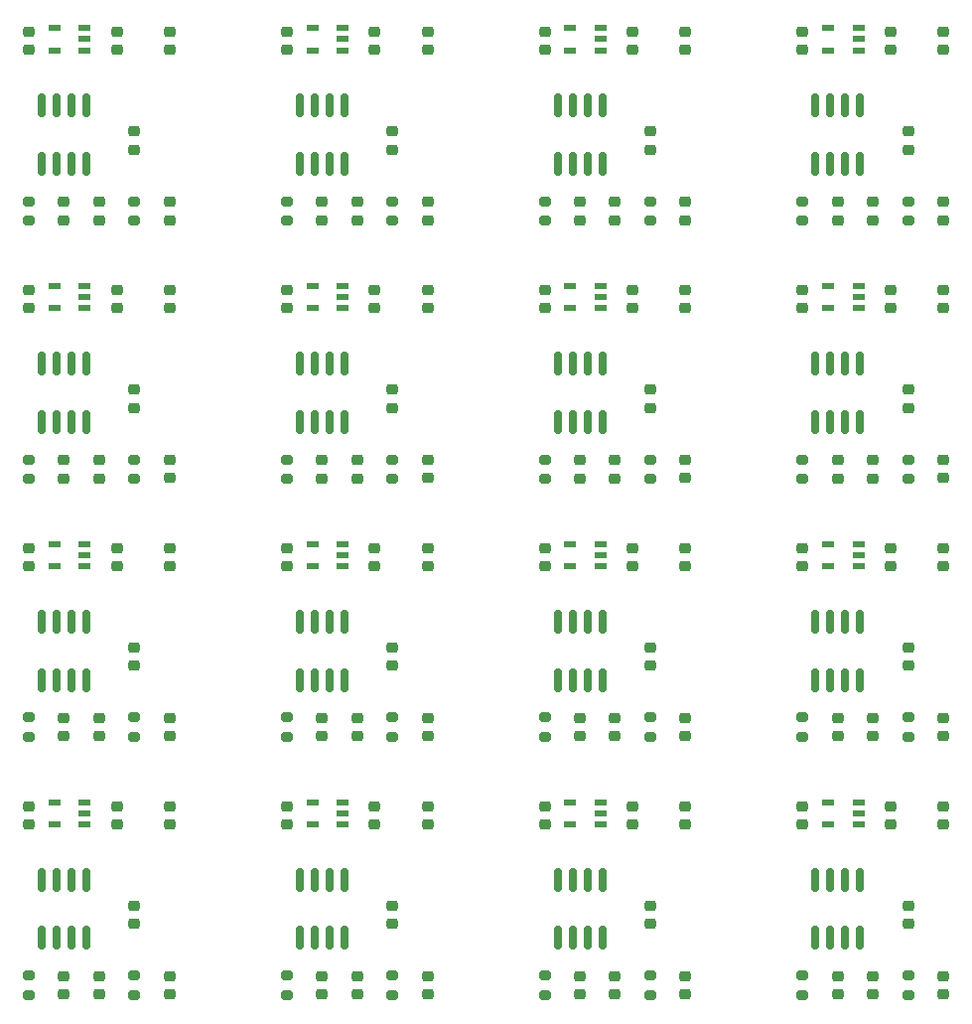
<source format=gtp>
%TF.GenerationSoftware,KiCad,Pcbnew,7.0.9*%
%TF.CreationDate,2024-04-03T23:40:05+09:00*%
%TF.ProjectId,max31855_4_4,6d617833-3138-4353-955f-345f342e6b69,rev?*%
%TF.SameCoordinates,Original*%
%TF.FileFunction,Paste,Top*%
%TF.FilePolarity,Positive*%
%FSLAX46Y46*%
G04 Gerber Fmt 4.6, Leading zero omitted, Abs format (unit mm)*
G04 Created by KiCad (PCBNEW 7.0.9) date 2024-04-03 23:40:05*
%MOMM*%
%LPD*%
G01*
G04 APERTURE LIST*
G04 Aperture macros list*
%AMRoundRect*
0 Rectangle with rounded corners*
0 $1 Rounding radius*
0 $2 $3 $4 $5 $6 $7 $8 $9 X,Y pos of 4 corners*
0 Add a 4 corners polygon primitive as box body*
4,1,4,$2,$3,$4,$5,$6,$7,$8,$9,$2,$3,0*
0 Add four circle primitives for the rounded corners*
1,1,$1+$1,$2,$3*
1,1,$1+$1,$4,$5*
1,1,$1+$1,$6,$7*
1,1,$1+$1,$8,$9*
0 Add four rect primitives between the rounded corners*
20,1,$1+$1,$2,$3,$4,$5,0*
20,1,$1+$1,$4,$5,$6,$7,0*
20,1,$1+$1,$6,$7,$8,$9,0*
20,1,$1+$1,$8,$9,$2,$3,0*%
G04 Aperture macros list end*
%ADD10RoundRect,0.225000X0.250000X-0.225000X0.250000X0.225000X-0.250000X0.225000X-0.250000X-0.225000X0*%
%ADD11RoundRect,0.150000X-0.150000X0.825000X-0.150000X-0.825000X0.150000X-0.825000X0.150000X0.825000X0*%
%ADD12R,1.100000X0.600000*%
%ADD13RoundRect,0.218750X0.256250X-0.218750X0.256250X0.218750X-0.256250X0.218750X-0.256250X-0.218750X0*%
%ADD14RoundRect,0.225000X-0.250000X0.225000X-0.250000X-0.225000X0.250000X-0.225000X0.250000X0.225000X0*%
%ADD15RoundRect,0.200000X0.275000X-0.200000X0.275000X0.200000X-0.275000X0.200000X-0.275000X-0.200000X0*%
G04 APERTURE END LIST*
D10*
%TO.C,C47*%
X170000000Y-118725000D03*
X170000000Y-120275000D03*
%TD*%
D11*
%TO.C,U31*%
X167405000Y-129975000D03*
X166135000Y-129975000D03*
X164865000Y-129975000D03*
X163595000Y-129975000D03*
X163595000Y-125025000D03*
X164865000Y-125025000D03*
X166135000Y-125025000D03*
X167405000Y-125025000D03*
%TD*%
D12*
%TO.C,U32*%
X164679200Y-120293000D03*
X164679200Y-118388000D03*
X167270000Y-118388000D03*
X167270000Y-119327800D03*
X167270000Y-120293000D03*
%TD*%
D10*
%TO.C,FB32*%
X174500000Y-133225000D03*
X174500000Y-134775000D03*
%TD*%
D13*
%TO.C,D31*%
X168500000Y-133212500D03*
X168500000Y-134787500D03*
%TD*%
D14*
%TO.C,FB31*%
X174500000Y-120275000D03*
X174500000Y-118725000D03*
%TD*%
D15*
%TO.C,R31*%
X162500000Y-133175000D03*
X162500000Y-134825000D03*
%TD*%
D13*
%TO.C,D32*%
X165500000Y-133212500D03*
X165500000Y-134787500D03*
%TD*%
D14*
%TO.C,C48*%
X171500000Y-128775000D03*
X171500000Y-127225000D03*
%TD*%
D10*
%TO.C,C46*%
X162500000Y-118725000D03*
X162500000Y-120275000D03*
%TD*%
D15*
%TO.C,R32*%
X171500000Y-133175000D03*
X171500000Y-134825000D03*
%TD*%
D10*
%TO.C,C44*%
X148000000Y-118725000D03*
X148000000Y-120275000D03*
%TD*%
D11*
%TO.C,U29*%
X145405000Y-129975000D03*
X144135000Y-129975000D03*
X142865000Y-129975000D03*
X141595000Y-129975000D03*
X141595000Y-125025000D03*
X142865000Y-125025000D03*
X144135000Y-125025000D03*
X145405000Y-125025000D03*
%TD*%
D12*
%TO.C,U30*%
X142679200Y-120293000D03*
X142679200Y-118388000D03*
X145270000Y-118388000D03*
X145270000Y-119327800D03*
X145270000Y-120293000D03*
%TD*%
D10*
%TO.C,FB30*%
X152500000Y-133225000D03*
X152500000Y-134775000D03*
%TD*%
D13*
%TO.C,D29*%
X146500000Y-133212500D03*
X146500000Y-134787500D03*
%TD*%
D14*
%TO.C,FB29*%
X152500000Y-120275000D03*
X152500000Y-118725000D03*
%TD*%
D15*
%TO.C,R29*%
X140500000Y-133175000D03*
X140500000Y-134825000D03*
%TD*%
D13*
%TO.C,D30*%
X143500000Y-133212500D03*
X143500000Y-134787500D03*
%TD*%
D14*
%TO.C,C45*%
X149500000Y-128775000D03*
X149500000Y-127225000D03*
%TD*%
D10*
%TO.C,C43*%
X140500000Y-118725000D03*
X140500000Y-120275000D03*
%TD*%
D15*
%TO.C,R30*%
X149500000Y-133175000D03*
X149500000Y-134825000D03*
%TD*%
D10*
%TO.C,C41*%
X126000000Y-118725000D03*
X126000000Y-120275000D03*
%TD*%
D11*
%TO.C,U27*%
X123405000Y-129975000D03*
X122135000Y-129975000D03*
X120865000Y-129975000D03*
X119595000Y-129975000D03*
X119595000Y-125025000D03*
X120865000Y-125025000D03*
X122135000Y-125025000D03*
X123405000Y-125025000D03*
%TD*%
D12*
%TO.C,U28*%
X120679200Y-120293000D03*
X120679200Y-118388000D03*
X123270000Y-118388000D03*
X123270000Y-119327800D03*
X123270000Y-120293000D03*
%TD*%
D10*
%TO.C,FB28*%
X130500000Y-133225000D03*
X130500000Y-134775000D03*
%TD*%
D13*
%TO.C,D27*%
X124500000Y-133212500D03*
X124500000Y-134787500D03*
%TD*%
D14*
%TO.C,FB27*%
X130500000Y-120275000D03*
X130500000Y-118725000D03*
%TD*%
D15*
%TO.C,R27*%
X118500000Y-133175000D03*
X118500000Y-134825000D03*
%TD*%
D13*
%TO.C,D28*%
X121500000Y-133212500D03*
X121500000Y-134787500D03*
%TD*%
D14*
%TO.C,C42*%
X127500000Y-128775000D03*
X127500000Y-127225000D03*
%TD*%
D10*
%TO.C,C40*%
X118500000Y-118725000D03*
X118500000Y-120275000D03*
%TD*%
D15*
%TO.C,R28*%
X127500000Y-133175000D03*
X127500000Y-134825000D03*
%TD*%
D10*
%TO.C,C38*%
X104000000Y-118725000D03*
X104000000Y-120275000D03*
%TD*%
D11*
%TO.C,U25*%
X101405000Y-129975000D03*
X100135000Y-129975000D03*
X98865000Y-129975000D03*
X97595000Y-129975000D03*
X97595000Y-125025000D03*
X98865000Y-125025000D03*
X100135000Y-125025000D03*
X101405000Y-125025000D03*
%TD*%
D12*
%TO.C,U26*%
X98679200Y-120293000D03*
X98679200Y-118388000D03*
X101270000Y-118388000D03*
X101270000Y-119327800D03*
X101270000Y-120293000D03*
%TD*%
D10*
%TO.C,FB26*%
X108500000Y-133225000D03*
X108500000Y-134775000D03*
%TD*%
D13*
%TO.C,D25*%
X102500000Y-133212500D03*
X102500000Y-134787500D03*
%TD*%
D14*
%TO.C,FB25*%
X108500000Y-120275000D03*
X108500000Y-118725000D03*
%TD*%
D15*
%TO.C,R25*%
X96500000Y-133175000D03*
X96500000Y-134825000D03*
%TD*%
D13*
%TO.C,D26*%
X99500000Y-133212500D03*
X99500000Y-134787500D03*
%TD*%
D14*
%TO.C,C39*%
X105500000Y-128775000D03*
X105500000Y-127225000D03*
%TD*%
D10*
%TO.C,C37*%
X96500000Y-118725000D03*
X96500000Y-120275000D03*
%TD*%
D15*
%TO.C,R26*%
X105500000Y-133175000D03*
X105500000Y-134825000D03*
%TD*%
D10*
%TO.C,C35*%
X170000000Y-96725000D03*
X170000000Y-98275000D03*
%TD*%
D11*
%TO.C,U23*%
X167405000Y-107975000D03*
X166135000Y-107975000D03*
X164865000Y-107975000D03*
X163595000Y-107975000D03*
X163595000Y-103025000D03*
X164865000Y-103025000D03*
X166135000Y-103025000D03*
X167405000Y-103025000D03*
%TD*%
D12*
%TO.C,U24*%
X164679200Y-98293000D03*
X164679200Y-96388000D03*
X167270000Y-96388000D03*
X167270000Y-97327800D03*
X167270000Y-98293000D03*
%TD*%
D10*
%TO.C,FB24*%
X174500000Y-111225000D03*
X174500000Y-112775000D03*
%TD*%
D13*
%TO.C,D23*%
X168500000Y-111212500D03*
X168500000Y-112787500D03*
%TD*%
D14*
%TO.C,FB23*%
X174500000Y-98275000D03*
X174500000Y-96725000D03*
%TD*%
D15*
%TO.C,R23*%
X162500000Y-111175000D03*
X162500000Y-112825000D03*
%TD*%
D13*
%TO.C,D24*%
X165500000Y-111212500D03*
X165500000Y-112787500D03*
%TD*%
D14*
%TO.C,C36*%
X171500000Y-106775000D03*
X171500000Y-105225000D03*
%TD*%
D10*
%TO.C,C34*%
X162500000Y-96725000D03*
X162500000Y-98275000D03*
%TD*%
D15*
%TO.C,R24*%
X171500000Y-111175000D03*
X171500000Y-112825000D03*
%TD*%
D10*
%TO.C,C32*%
X148000000Y-96725000D03*
X148000000Y-98275000D03*
%TD*%
D11*
%TO.C,U21*%
X145405000Y-107975000D03*
X144135000Y-107975000D03*
X142865000Y-107975000D03*
X141595000Y-107975000D03*
X141595000Y-103025000D03*
X142865000Y-103025000D03*
X144135000Y-103025000D03*
X145405000Y-103025000D03*
%TD*%
D12*
%TO.C,U22*%
X142679200Y-98293000D03*
X142679200Y-96388000D03*
X145270000Y-96388000D03*
X145270000Y-97327800D03*
X145270000Y-98293000D03*
%TD*%
D10*
%TO.C,FB22*%
X152500000Y-111225000D03*
X152500000Y-112775000D03*
%TD*%
D13*
%TO.C,D21*%
X146500000Y-111212500D03*
X146500000Y-112787500D03*
%TD*%
D14*
%TO.C,FB21*%
X152500000Y-98275000D03*
X152500000Y-96725000D03*
%TD*%
D15*
%TO.C,R21*%
X140500000Y-111175000D03*
X140500000Y-112825000D03*
%TD*%
D13*
%TO.C,D22*%
X143500000Y-111212500D03*
X143500000Y-112787500D03*
%TD*%
D14*
%TO.C,C33*%
X149500000Y-106775000D03*
X149500000Y-105225000D03*
%TD*%
D10*
%TO.C,C31*%
X140500000Y-96725000D03*
X140500000Y-98275000D03*
%TD*%
D15*
%TO.C,R22*%
X149500000Y-111175000D03*
X149500000Y-112825000D03*
%TD*%
D10*
%TO.C,C29*%
X126000000Y-96725000D03*
X126000000Y-98275000D03*
%TD*%
D11*
%TO.C,U19*%
X123405000Y-107975000D03*
X122135000Y-107975000D03*
X120865000Y-107975000D03*
X119595000Y-107975000D03*
X119595000Y-103025000D03*
X120865000Y-103025000D03*
X122135000Y-103025000D03*
X123405000Y-103025000D03*
%TD*%
D12*
%TO.C,U20*%
X120679200Y-98293000D03*
X120679200Y-96388000D03*
X123270000Y-96388000D03*
X123270000Y-97327800D03*
X123270000Y-98293000D03*
%TD*%
D10*
%TO.C,FB20*%
X130500000Y-111225000D03*
X130500000Y-112775000D03*
%TD*%
D13*
%TO.C,D19*%
X124500000Y-111212500D03*
X124500000Y-112787500D03*
%TD*%
D14*
%TO.C,FB19*%
X130500000Y-98275000D03*
X130500000Y-96725000D03*
%TD*%
D15*
%TO.C,R19*%
X118500000Y-111175000D03*
X118500000Y-112825000D03*
%TD*%
D13*
%TO.C,D20*%
X121500000Y-111212500D03*
X121500000Y-112787500D03*
%TD*%
D14*
%TO.C,C30*%
X127500000Y-106775000D03*
X127500000Y-105225000D03*
%TD*%
D10*
%TO.C,C28*%
X118500000Y-96725000D03*
X118500000Y-98275000D03*
%TD*%
D15*
%TO.C,R20*%
X127500000Y-111175000D03*
X127500000Y-112825000D03*
%TD*%
D10*
%TO.C,C26*%
X104000000Y-96725000D03*
X104000000Y-98275000D03*
%TD*%
D11*
%TO.C,U17*%
X101405000Y-107975000D03*
X100135000Y-107975000D03*
X98865000Y-107975000D03*
X97595000Y-107975000D03*
X97595000Y-103025000D03*
X98865000Y-103025000D03*
X100135000Y-103025000D03*
X101405000Y-103025000D03*
%TD*%
D12*
%TO.C,U18*%
X98679200Y-98293000D03*
X98679200Y-96388000D03*
X101270000Y-96388000D03*
X101270000Y-97327800D03*
X101270000Y-98293000D03*
%TD*%
D10*
%TO.C,FB18*%
X108500000Y-111225000D03*
X108500000Y-112775000D03*
%TD*%
D13*
%TO.C,D17*%
X102500000Y-111212500D03*
X102500000Y-112787500D03*
%TD*%
D14*
%TO.C,FB17*%
X108500000Y-98275000D03*
X108500000Y-96725000D03*
%TD*%
D15*
%TO.C,R17*%
X96500000Y-111175000D03*
X96500000Y-112825000D03*
%TD*%
D13*
%TO.C,D18*%
X99500000Y-111212500D03*
X99500000Y-112787500D03*
%TD*%
D14*
%TO.C,C27*%
X105500000Y-106775000D03*
X105500000Y-105225000D03*
%TD*%
D10*
%TO.C,C25*%
X96500000Y-96725000D03*
X96500000Y-98275000D03*
%TD*%
D15*
%TO.C,R18*%
X105500000Y-111175000D03*
X105500000Y-112825000D03*
%TD*%
D10*
%TO.C,C23*%
X170000000Y-74725000D03*
X170000000Y-76275000D03*
%TD*%
D11*
%TO.C,U15*%
X167405000Y-85975000D03*
X166135000Y-85975000D03*
X164865000Y-85975000D03*
X163595000Y-85975000D03*
X163595000Y-81025000D03*
X164865000Y-81025000D03*
X166135000Y-81025000D03*
X167405000Y-81025000D03*
%TD*%
D12*
%TO.C,U16*%
X164679200Y-76293000D03*
X164679200Y-74388000D03*
X167270000Y-74388000D03*
X167270000Y-75327800D03*
X167270000Y-76293000D03*
%TD*%
D10*
%TO.C,FB16*%
X174500000Y-89225000D03*
X174500000Y-90775000D03*
%TD*%
D13*
%TO.C,D15*%
X168500000Y-89212500D03*
X168500000Y-90787500D03*
%TD*%
D14*
%TO.C,FB15*%
X174500000Y-76275000D03*
X174500000Y-74725000D03*
%TD*%
D15*
%TO.C,R15*%
X162500000Y-89175000D03*
X162500000Y-90825000D03*
%TD*%
D13*
%TO.C,D16*%
X165500000Y-89212500D03*
X165500000Y-90787500D03*
%TD*%
D14*
%TO.C,C24*%
X171500000Y-84775000D03*
X171500000Y-83225000D03*
%TD*%
D10*
%TO.C,C22*%
X162500000Y-74725000D03*
X162500000Y-76275000D03*
%TD*%
D15*
%TO.C,R16*%
X171500000Y-89175000D03*
X171500000Y-90825000D03*
%TD*%
D10*
%TO.C,C20*%
X148000000Y-74725000D03*
X148000000Y-76275000D03*
%TD*%
D11*
%TO.C,U13*%
X145405000Y-85975000D03*
X144135000Y-85975000D03*
X142865000Y-85975000D03*
X141595000Y-85975000D03*
X141595000Y-81025000D03*
X142865000Y-81025000D03*
X144135000Y-81025000D03*
X145405000Y-81025000D03*
%TD*%
D12*
%TO.C,U14*%
X142679200Y-76293000D03*
X142679200Y-74388000D03*
X145270000Y-74388000D03*
X145270000Y-75327800D03*
X145270000Y-76293000D03*
%TD*%
D10*
%TO.C,FB14*%
X152500000Y-89225000D03*
X152500000Y-90775000D03*
%TD*%
D13*
%TO.C,D13*%
X146500000Y-89212500D03*
X146500000Y-90787500D03*
%TD*%
D14*
%TO.C,FB13*%
X152500000Y-76275000D03*
X152500000Y-74725000D03*
%TD*%
D15*
%TO.C,R13*%
X140500000Y-89175000D03*
X140500000Y-90825000D03*
%TD*%
D13*
%TO.C,D14*%
X143500000Y-89212500D03*
X143500000Y-90787500D03*
%TD*%
D14*
%TO.C,C21*%
X149500000Y-84775000D03*
X149500000Y-83225000D03*
%TD*%
D10*
%TO.C,C19*%
X140500000Y-74725000D03*
X140500000Y-76275000D03*
%TD*%
D15*
%TO.C,R14*%
X149500000Y-89175000D03*
X149500000Y-90825000D03*
%TD*%
D10*
%TO.C,C17*%
X126000000Y-74725000D03*
X126000000Y-76275000D03*
%TD*%
D11*
%TO.C,U11*%
X123405000Y-85975000D03*
X122135000Y-85975000D03*
X120865000Y-85975000D03*
X119595000Y-85975000D03*
X119595000Y-81025000D03*
X120865000Y-81025000D03*
X122135000Y-81025000D03*
X123405000Y-81025000D03*
%TD*%
D12*
%TO.C,U12*%
X120679200Y-76293000D03*
X120679200Y-74388000D03*
X123270000Y-74388000D03*
X123270000Y-75327800D03*
X123270000Y-76293000D03*
%TD*%
D10*
%TO.C,FB12*%
X130500000Y-89225000D03*
X130500000Y-90775000D03*
%TD*%
D13*
%TO.C,D11*%
X124500000Y-89212500D03*
X124500000Y-90787500D03*
%TD*%
D14*
%TO.C,FB11*%
X130500000Y-76275000D03*
X130500000Y-74725000D03*
%TD*%
D15*
%TO.C,R11*%
X118500000Y-89175000D03*
X118500000Y-90825000D03*
%TD*%
D13*
%TO.C,D12*%
X121500000Y-89212500D03*
X121500000Y-90787500D03*
%TD*%
D14*
%TO.C,C18*%
X127500000Y-84775000D03*
X127500000Y-83225000D03*
%TD*%
D10*
%TO.C,C16*%
X118500000Y-74725000D03*
X118500000Y-76275000D03*
%TD*%
D15*
%TO.C,R12*%
X127500000Y-89175000D03*
X127500000Y-90825000D03*
%TD*%
D10*
%TO.C,C14*%
X104000000Y-74725000D03*
X104000000Y-76275000D03*
%TD*%
D11*
%TO.C,U9*%
X101405000Y-85975000D03*
X100135000Y-85975000D03*
X98865000Y-85975000D03*
X97595000Y-85975000D03*
X97595000Y-81025000D03*
X98865000Y-81025000D03*
X100135000Y-81025000D03*
X101405000Y-81025000D03*
%TD*%
D12*
%TO.C,U10*%
X98679200Y-76293000D03*
X98679200Y-74388000D03*
X101270000Y-74388000D03*
X101270000Y-75327800D03*
X101270000Y-76293000D03*
%TD*%
D10*
%TO.C,FB10*%
X108500000Y-89225000D03*
X108500000Y-90775000D03*
%TD*%
D13*
%TO.C,D9*%
X102500000Y-89212500D03*
X102500000Y-90787500D03*
%TD*%
D14*
%TO.C,FB9*%
X108500000Y-76275000D03*
X108500000Y-74725000D03*
%TD*%
D15*
%TO.C,R9*%
X96500000Y-89175000D03*
X96500000Y-90825000D03*
%TD*%
D13*
%TO.C,D10*%
X99500000Y-89212500D03*
X99500000Y-90787500D03*
%TD*%
D14*
%TO.C,C15*%
X105500000Y-84775000D03*
X105500000Y-83225000D03*
%TD*%
D10*
%TO.C,C13*%
X96500000Y-74725000D03*
X96500000Y-76275000D03*
%TD*%
D15*
%TO.C,R10*%
X105500000Y-89175000D03*
X105500000Y-90825000D03*
%TD*%
D10*
%TO.C,C11*%
X170000000Y-52725000D03*
X170000000Y-54275000D03*
%TD*%
D11*
%TO.C,U7*%
X167405000Y-63975000D03*
X166135000Y-63975000D03*
X164865000Y-63975000D03*
X163595000Y-63975000D03*
X163595000Y-59025000D03*
X164865000Y-59025000D03*
X166135000Y-59025000D03*
X167405000Y-59025000D03*
%TD*%
D12*
%TO.C,U8*%
X164679200Y-54293000D03*
X164679200Y-52388000D03*
X167270000Y-52388000D03*
X167270000Y-53327800D03*
X167270000Y-54293000D03*
%TD*%
D10*
%TO.C,FB8*%
X174500000Y-67225000D03*
X174500000Y-68775000D03*
%TD*%
D13*
%TO.C,D7*%
X168500000Y-67212500D03*
X168500000Y-68787500D03*
%TD*%
D14*
%TO.C,FB7*%
X174500000Y-54275000D03*
X174500000Y-52725000D03*
%TD*%
D15*
%TO.C,R7*%
X162500000Y-67175000D03*
X162500000Y-68825000D03*
%TD*%
D13*
%TO.C,D8*%
X165500000Y-67212500D03*
X165500000Y-68787500D03*
%TD*%
D14*
%TO.C,C12*%
X171500000Y-62775000D03*
X171500000Y-61225000D03*
%TD*%
D10*
%TO.C,C10*%
X162500000Y-52725000D03*
X162500000Y-54275000D03*
%TD*%
D15*
%TO.C,R8*%
X171500000Y-67175000D03*
X171500000Y-68825000D03*
%TD*%
D10*
%TO.C,C8*%
X148000000Y-52725000D03*
X148000000Y-54275000D03*
%TD*%
D11*
%TO.C,U5*%
X145405000Y-63975000D03*
X144135000Y-63975000D03*
X142865000Y-63975000D03*
X141595000Y-63975000D03*
X141595000Y-59025000D03*
X142865000Y-59025000D03*
X144135000Y-59025000D03*
X145405000Y-59025000D03*
%TD*%
D12*
%TO.C,U6*%
X142679200Y-54293000D03*
X142679200Y-52388000D03*
X145270000Y-52388000D03*
X145270000Y-53327800D03*
X145270000Y-54293000D03*
%TD*%
D10*
%TO.C,FB6*%
X152500000Y-67225000D03*
X152500000Y-68775000D03*
%TD*%
D13*
%TO.C,D5*%
X146500000Y-67212500D03*
X146500000Y-68787500D03*
%TD*%
D14*
%TO.C,FB5*%
X152500000Y-54275000D03*
X152500000Y-52725000D03*
%TD*%
D15*
%TO.C,R5*%
X140500000Y-67175000D03*
X140500000Y-68825000D03*
%TD*%
D13*
%TO.C,D6*%
X143500000Y-67212500D03*
X143500000Y-68787500D03*
%TD*%
D14*
%TO.C,C9*%
X149500000Y-62775000D03*
X149500000Y-61225000D03*
%TD*%
D10*
%TO.C,C7*%
X140500000Y-52725000D03*
X140500000Y-54275000D03*
%TD*%
D15*
%TO.C,R6*%
X149500000Y-67175000D03*
X149500000Y-68825000D03*
%TD*%
D10*
%TO.C,C5*%
X126000000Y-52725000D03*
X126000000Y-54275000D03*
%TD*%
D11*
%TO.C,U3*%
X123405000Y-63975000D03*
X122135000Y-63975000D03*
X120865000Y-63975000D03*
X119595000Y-63975000D03*
X119595000Y-59025000D03*
X120865000Y-59025000D03*
X122135000Y-59025000D03*
X123405000Y-59025000D03*
%TD*%
D12*
%TO.C,U4*%
X120679200Y-54293000D03*
X120679200Y-52388000D03*
X123270000Y-52388000D03*
X123270000Y-53327800D03*
X123270000Y-54293000D03*
%TD*%
D10*
%TO.C,FB4*%
X130500000Y-67225000D03*
X130500000Y-68775000D03*
%TD*%
D13*
%TO.C,D3*%
X124500000Y-67212500D03*
X124500000Y-68787500D03*
%TD*%
D14*
%TO.C,FB3*%
X130500000Y-54275000D03*
X130500000Y-52725000D03*
%TD*%
D15*
%TO.C,R3*%
X118500000Y-67175000D03*
X118500000Y-68825000D03*
%TD*%
D13*
%TO.C,D4*%
X121500000Y-67212500D03*
X121500000Y-68787500D03*
%TD*%
D14*
%TO.C,C6*%
X127500000Y-62775000D03*
X127500000Y-61225000D03*
%TD*%
D10*
%TO.C,C4*%
X118500000Y-52725000D03*
X118500000Y-54275000D03*
%TD*%
D15*
%TO.C,R4*%
X127500000Y-67175000D03*
X127500000Y-68825000D03*
%TD*%
%TO.C,R2*%
X105500000Y-67175000D03*
X105500000Y-68825000D03*
%TD*%
D10*
%TO.C,C1*%
X96500000Y-52725000D03*
X96500000Y-54275000D03*
%TD*%
D13*
%TO.C,D1*%
X102500000Y-67212500D03*
X102500000Y-68787500D03*
%TD*%
D14*
%TO.C,C3*%
X105500000Y-62775000D03*
X105500000Y-61225000D03*
%TD*%
D15*
%TO.C,R1*%
X96500000Y-67175000D03*
X96500000Y-68825000D03*
%TD*%
D13*
%TO.C,D2*%
X99500000Y-67212500D03*
X99500000Y-68787500D03*
%TD*%
D14*
%TO.C,FB1*%
X108500000Y-54275000D03*
X108500000Y-52725000D03*
%TD*%
D12*
%TO.C,U2*%
X98679200Y-54293000D03*
X98679200Y-52388000D03*
X101270000Y-52388000D03*
X101270000Y-53327800D03*
X101270000Y-54293000D03*
%TD*%
D11*
%TO.C,U1*%
X101405000Y-63975000D03*
X100135000Y-63975000D03*
X98865000Y-63975000D03*
X97595000Y-63975000D03*
X97595000Y-59025000D03*
X98865000Y-59025000D03*
X100135000Y-59025000D03*
X101405000Y-59025000D03*
%TD*%
D10*
%TO.C,C2*%
X104000000Y-52725000D03*
X104000000Y-54275000D03*
%TD*%
%TO.C,FB2*%
X108500000Y-67225000D03*
X108500000Y-68775000D03*
%TD*%
M02*

</source>
